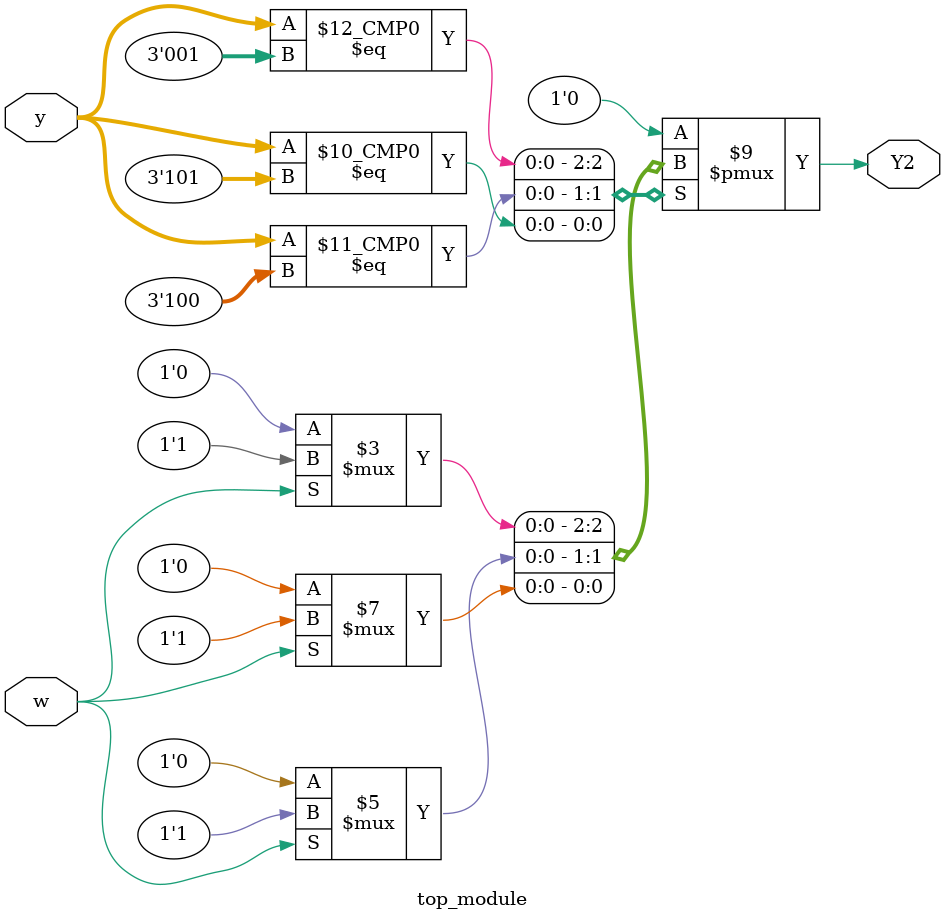
<source format=sv>
module top_module(
  input [3:1] y,
  input w,
  output reg Y2);
  
  always @*
  begin
    case (y)
      3'b000: Y2 = 1'b0;
      3'b001: Y2 = (w == 1'b0) ? 1'b0 : 1'b1;
      3'b010: Y2 = 1'b0;
      3'b011: Y2 = 1'b0;
      3'b100: Y2 = (w == 1'b0) ? 1'b0 : 1'b1;
      3'b101: Y2 = (w == 1'b0) ? 1'b0 : 1'b1;
      default: Y2 = 1'b0;
    endcase
  end
  
endmodule

</source>
